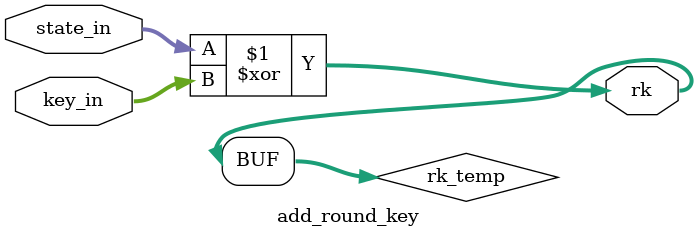
<source format=v>
`timescale 1ns / 1ps
module add_round_key(
    input  wire [127:0] key_in,         
    input  wire [127:0] state_in,
    
    output wire [127:0] rk
);
wire [127:0] rk_temp;
    
assign rk_temp = state_in ^ key_in;
assign rk = rk_temp ;
endmodule

</source>
